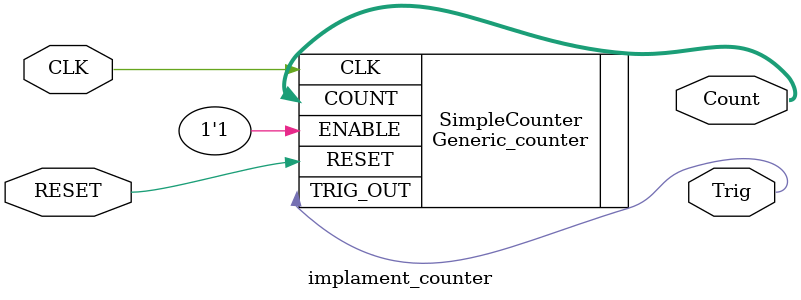
<source format=v>
`timescale 1ns / 1ps


module implament_counter(
    input CLK,
    input RESET,
    output Trig,
    output [8:0] Count    
    );
    
    
    // Simple counter 
    Generic_counter # (
        .COUNTER_WIDTH(9),
        .COUNTER_MAX(480)
    )
    SimpleCounter (
        .CLK(CLK),
        .RESET(RESET),
        .ENABLE(1'b1),
        .TRIG_OUT(Trig),
        .COUNT(Count)
    );
    
    
endmodule

</source>
